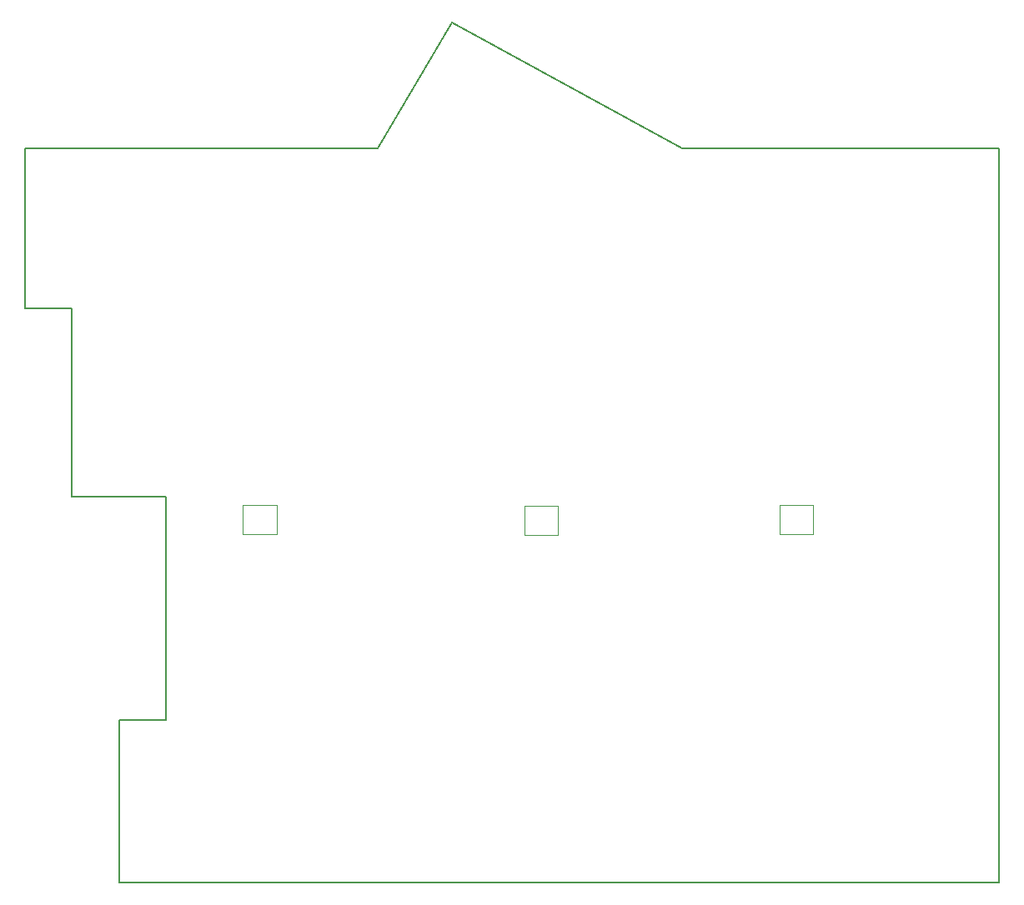
<source format=gbr>
G04 #@! TF.GenerationSoftware,KiCad,Pcbnew,(5.1.6-0-10_14)*
G04 #@! TF.CreationDate,2022-02-21T07:56:40+09:00*
G04 #@! TF.ProjectId,cool936,636f6f6c-3933-4362-9e6b-696361645f70,rev?*
G04 #@! TF.SameCoordinates,Original*
G04 #@! TF.FileFunction,Profile,NP*
%FSLAX46Y46*%
G04 Gerber Fmt 4.6, Leading zero omitted, Abs format (unit mm)*
G04 Created by KiCad (PCBNEW (5.1.6-0-10_14)) date 2022-02-21 07:56:40*
%MOMM*%
%LPD*%
G01*
G04 APERTURE LIST*
G04 #@! TA.AperFunction,Profile*
%ADD10C,0.150000*%
G04 #@! TD*
G04 #@! TA.AperFunction,Profile*
%ADD11C,0.120000*%
G04 #@! TD*
G04 APERTURE END LIST*
D10*
X171450000Y9240000D02*
X207290000Y9240000D01*
X214770000Y22070000D02*
X207290000Y9240000D01*
X238150000Y9240000D02*
X214770000Y22070000D01*
X270320000Y3870000D02*
X270320000Y9240000D01*
X270320000Y-65360000D02*
X180980000Y-65360000D01*
X270320000Y3870000D02*
X270320000Y-65360000D01*
X238150000Y9240000D02*
X270320000Y9240000D01*
X171450000Y-6990000D02*
X171450000Y9240000D01*
X176210000Y-6990000D02*
X171450000Y-6990000D01*
X176210000Y-26130000D02*
X176210000Y-6990000D01*
X185740000Y-26130000D02*
X176210000Y-26130000D01*
X185740000Y-48850000D02*
X185740000Y-26130000D01*
X180980000Y-48850000D02*
X185740000Y-48850000D01*
X180980000Y-65360000D02*
X180980000Y-48850000D01*
D11*
X193570000Y-29980000D02*
X193570000Y-26980000D01*
X193570000Y-26980000D02*
X196970000Y-26980000D01*
X196970000Y-26980000D02*
X196970000Y-29980000D01*
X196970000Y-29980000D02*
X193570000Y-29980000D01*
X225520000Y-30040000D02*
X222120000Y-30040000D01*
X225520000Y-27040000D02*
X225520000Y-30040000D01*
X222120000Y-27040000D02*
X225520000Y-27040000D01*
X222120000Y-30040000D02*
X222120000Y-27040000D01*
X248070000Y-29980000D02*
X248070000Y-26980000D01*
X248070000Y-26980000D02*
X251470000Y-26980000D01*
X251470000Y-26980000D02*
X251470000Y-29980000D01*
X251470000Y-29980000D02*
X248070000Y-29980000D01*
M02*

</source>
